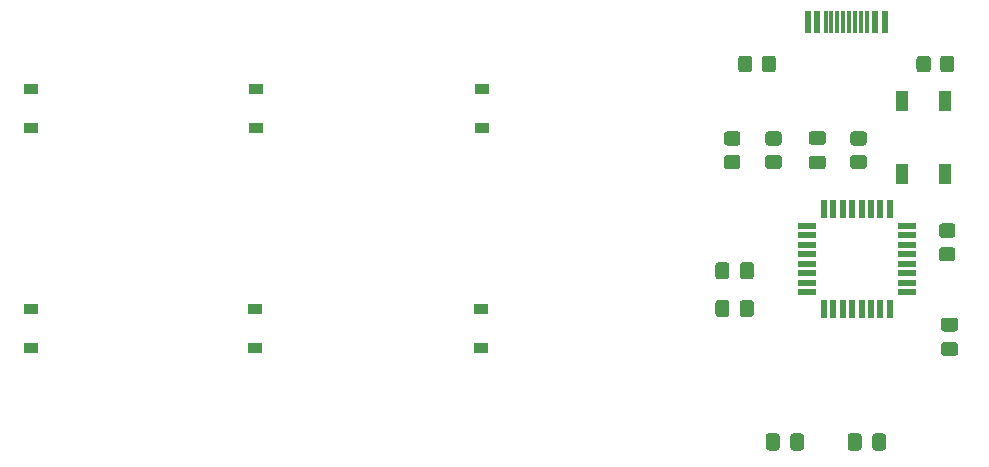
<source format=gbr>
G04 #@! TF.GenerationSoftware,KiCad,Pcbnew,(5.1.9)-1*
G04 #@! TF.CreationDate,2021-03-12T14:24:20+01:00*
G04 #@! TF.ProjectId,case_keypad,63617365-5f6b-4657-9970-61642e6b6963,rev?*
G04 #@! TF.SameCoordinates,Original*
G04 #@! TF.FileFunction,Paste,Top*
G04 #@! TF.FilePolarity,Positive*
%FSLAX46Y46*%
G04 Gerber Fmt 4.6, Leading zero omitted, Abs format (unit mm)*
G04 Created by KiCad (PCBNEW (5.1.9)-1) date 2021-03-12 14:24:20*
%MOMM*%
%LPD*%
G01*
G04 APERTURE LIST*
%ADD10R,0.600000X1.950000*%
%ADD11R,0.300000X1.950000*%
%ADD12R,1.600000X0.550000*%
%ADD13R,0.550000X1.600000*%
%ADD14R,1.100000X1.800000*%
%ADD15R,1.200000X0.900000*%
G04 APERTURE END LIST*
D10*
G04 #@! TO.C,J1*
X147000000Y-69350000D03*
X147800000Y-69350000D03*
D11*
X148500000Y-69350000D03*
X149000000Y-69350000D03*
X149500000Y-69350000D03*
X150000000Y-69350000D03*
X152000000Y-69350000D03*
X151500000Y-69350000D03*
X151000000Y-69350000D03*
X150500000Y-69350000D03*
D10*
X152700000Y-69350000D03*
X153500000Y-69350000D03*
G04 #@! TD*
D12*
G04 #@! TO.C,U1*
X146900000Y-92200000D03*
X146900000Y-91400000D03*
X146900000Y-90600000D03*
X146900000Y-89800000D03*
X146900000Y-89000000D03*
X146900000Y-88200000D03*
X146900000Y-87400000D03*
X146900000Y-86600000D03*
D13*
X148350000Y-85150000D03*
X149150000Y-85150000D03*
X149950000Y-85150000D03*
X150750000Y-85150000D03*
X151550000Y-85150000D03*
X152350000Y-85150000D03*
X153150000Y-85150000D03*
X153950000Y-85150000D03*
D12*
X155400000Y-86600000D03*
X155400000Y-87400000D03*
X155400000Y-88200000D03*
X155400000Y-89000000D03*
X155400000Y-89800000D03*
X155400000Y-90600000D03*
X155400000Y-91400000D03*
X155400000Y-92200000D03*
D13*
X153950000Y-93650000D03*
X153150000Y-93650000D03*
X152350000Y-93650000D03*
X151550000Y-93650000D03*
X150750000Y-93650000D03*
X149950000Y-93650000D03*
X149150000Y-93650000D03*
X148350000Y-93650000D03*
G04 #@! TD*
D14*
G04 #@! TO.C,RESET*
X154950000Y-82200000D03*
X154950000Y-76000000D03*
X158650000Y-82200000D03*
X158650000Y-76000000D03*
G04 #@! TD*
G04 #@! TO.C,10k*
G36*
G01*
X158349999Y-88400000D02*
X159250001Y-88400000D01*
G75*
G02*
X159500000Y-88649999I0J-249999D01*
G01*
X159500000Y-89350001D01*
G75*
G02*
X159250001Y-89600000I-249999J0D01*
G01*
X158349999Y-89600000D01*
G75*
G02*
X158100000Y-89350001I0J249999D01*
G01*
X158100000Y-88649999D01*
G75*
G02*
X158349999Y-88400000I249999J0D01*
G01*
G37*
G36*
G01*
X158349999Y-86400000D02*
X159250001Y-86400000D01*
G75*
G02*
X159500000Y-86649999I0J-249999D01*
G01*
X159500000Y-87350001D01*
G75*
G02*
X159250001Y-87600000I-249999J0D01*
G01*
X158349999Y-87600000D01*
G75*
G02*
X158100000Y-87350001I0J249999D01*
G01*
X158100000Y-86649999D01*
G75*
G02*
X158349999Y-86400000I249999J0D01*
G01*
G37*
G04 #@! TD*
G04 #@! TO.C,5.1k*
G36*
G01*
X142300000Y-72449999D02*
X142300000Y-73350001D01*
G75*
G02*
X142050001Y-73600000I-249999J0D01*
G01*
X141349999Y-73600000D01*
G75*
G02*
X141100000Y-73350001I0J249999D01*
G01*
X141100000Y-72449999D01*
G75*
G02*
X141349999Y-72200000I249999J0D01*
G01*
X142050001Y-72200000D01*
G75*
G02*
X142300000Y-72449999I0J-249999D01*
G01*
G37*
G36*
G01*
X144300000Y-72449999D02*
X144300000Y-73350001D01*
G75*
G02*
X144050001Y-73600000I-249999J0D01*
G01*
X143349999Y-73600000D01*
G75*
G02*
X143100000Y-73350001I0J249999D01*
G01*
X143100000Y-72449999D01*
G75*
G02*
X143349999Y-72200000I249999J0D01*
G01*
X144050001Y-72200000D01*
G75*
G02*
X144300000Y-72449999I0J-249999D01*
G01*
G37*
G04 #@! TD*
G04 #@! TO.C,5.1k*
G36*
G01*
X158200000Y-73350001D02*
X158200000Y-72449999D01*
G75*
G02*
X158449999Y-72200000I249999J0D01*
G01*
X159150001Y-72200000D01*
G75*
G02*
X159400000Y-72449999I0J-249999D01*
G01*
X159400000Y-73350001D01*
G75*
G02*
X159150001Y-73600000I-249999J0D01*
G01*
X158449999Y-73600000D01*
G75*
G02*
X158200000Y-73350001I0J249999D01*
G01*
G37*
G36*
G01*
X156200000Y-73350001D02*
X156200000Y-72449999D01*
G75*
G02*
X156449999Y-72200000I249999J0D01*
G01*
X157150001Y-72200000D01*
G75*
G02*
X157400000Y-72449999I0J-249999D01*
G01*
X157400000Y-73350001D01*
G75*
G02*
X157150001Y-73600000I-249999J0D01*
G01*
X156449999Y-73600000D01*
G75*
G02*
X156200000Y-73350001I0J249999D01*
G01*
G37*
G04 #@! TD*
G04 #@! TO.C,10k*
G36*
G01*
X151750001Y-79800000D02*
X150849999Y-79800000D01*
G75*
G02*
X150600000Y-79550001I0J249999D01*
G01*
X150600000Y-78849999D01*
G75*
G02*
X150849999Y-78600000I249999J0D01*
G01*
X151750001Y-78600000D01*
G75*
G02*
X152000000Y-78849999I0J-249999D01*
G01*
X152000000Y-79550001D01*
G75*
G02*
X151750001Y-79800000I-249999J0D01*
G01*
G37*
G36*
G01*
X151750001Y-81800000D02*
X150849999Y-81800000D01*
G75*
G02*
X150600000Y-81550001I0J249999D01*
G01*
X150600000Y-80849999D01*
G75*
G02*
X150849999Y-80600000I249999J0D01*
G01*
X151750001Y-80600000D01*
G75*
G02*
X152000000Y-80849999I0J-249999D01*
G01*
X152000000Y-81550001D01*
G75*
G02*
X151750001Y-81800000I-249999J0D01*
G01*
G37*
G04 #@! TD*
G04 #@! TO.C,22R*
G36*
G01*
X141050001Y-79800000D02*
X140149999Y-79800000D01*
G75*
G02*
X139900000Y-79550001I0J249999D01*
G01*
X139900000Y-78849999D01*
G75*
G02*
X140149999Y-78600000I249999J0D01*
G01*
X141050001Y-78600000D01*
G75*
G02*
X141300000Y-78849999I0J-249999D01*
G01*
X141300000Y-79550001D01*
G75*
G02*
X141050001Y-79800000I-249999J0D01*
G01*
G37*
G36*
G01*
X141050001Y-81800000D02*
X140149999Y-81800000D01*
G75*
G02*
X139900000Y-81550001I0J249999D01*
G01*
X139900000Y-80849999D01*
G75*
G02*
X140149999Y-80600000I249999J0D01*
G01*
X141050001Y-80600000D01*
G75*
G02*
X141300000Y-80849999I0J-249999D01*
G01*
X141300000Y-81550001D01*
G75*
G02*
X141050001Y-81800000I-249999J0D01*
G01*
G37*
G04 #@! TD*
G04 #@! TO.C,22R*
G36*
G01*
X144550001Y-79800000D02*
X143649999Y-79800000D01*
G75*
G02*
X143400000Y-79550001I0J249999D01*
G01*
X143400000Y-78849999D01*
G75*
G02*
X143649999Y-78600000I249999J0D01*
G01*
X144550001Y-78600000D01*
G75*
G02*
X144800000Y-78849999I0J-249999D01*
G01*
X144800000Y-79550001D01*
G75*
G02*
X144550001Y-79800000I-249999J0D01*
G01*
G37*
G36*
G01*
X144550001Y-81800000D02*
X143649999Y-81800000D01*
G75*
G02*
X143400000Y-81550001I0J249999D01*
G01*
X143400000Y-80849999D01*
G75*
G02*
X143649999Y-80600000I249999J0D01*
G01*
X144550001Y-80600000D01*
G75*
G02*
X144800000Y-80849999I0J-249999D01*
G01*
X144800000Y-81550001D01*
G75*
G02*
X144550001Y-81800000I-249999J0D01*
G01*
G37*
G04 #@! TD*
D15*
G04 #@! TO.C,D7*
X119300000Y-93650000D03*
X119300000Y-96950000D03*
G04 #@! TD*
G04 #@! TO.C,D6*
X119400000Y-75050000D03*
X119400000Y-78350000D03*
G04 #@! TD*
G04 #@! TO.C,D5*
X100200000Y-93650000D03*
X100200000Y-96950000D03*
G04 #@! TD*
G04 #@! TO.C,D4*
X100300000Y-75050000D03*
X100300000Y-78350000D03*
G04 #@! TD*
G04 #@! TO.C,D3*
X81200000Y-93650000D03*
X81200000Y-96950000D03*
G04 #@! TD*
G04 #@! TO.C,D2*
X81200000Y-75050000D03*
X81200000Y-78350000D03*
G04 #@! TD*
G04 #@! TO.C,1uf*
G36*
G01*
X148275000Y-79750000D02*
X147325000Y-79750000D01*
G75*
G02*
X147075000Y-79500000I0J250000D01*
G01*
X147075000Y-78825000D01*
G75*
G02*
X147325000Y-78575000I250000J0D01*
G01*
X148275000Y-78575000D01*
G75*
G02*
X148525000Y-78825000I0J-250000D01*
G01*
X148525000Y-79500000D01*
G75*
G02*
X148275000Y-79750000I-250000J0D01*
G01*
G37*
G36*
G01*
X148275000Y-81825000D02*
X147325000Y-81825000D01*
G75*
G02*
X147075000Y-81575000I0J250000D01*
G01*
X147075000Y-80900000D01*
G75*
G02*
X147325000Y-80650000I250000J0D01*
G01*
X148275000Y-80650000D01*
G75*
G02*
X148525000Y-80900000I0J-250000D01*
G01*
X148525000Y-81575000D01*
G75*
G02*
X148275000Y-81825000I-250000J0D01*
G01*
G37*
G04 #@! TD*
G04 #@! TO.C,22pf*
G36*
G01*
X152450000Y-105375000D02*
X152450000Y-104425000D01*
G75*
G02*
X152700000Y-104175000I250000J0D01*
G01*
X153375000Y-104175000D01*
G75*
G02*
X153625000Y-104425000I0J-250000D01*
G01*
X153625000Y-105375000D01*
G75*
G02*
X153375000Y-105625000I-250000J0D01*
G01*
X152700000Y-105625000D01*
G75*
G02*
X152450000Y-105375000I0J250000D01*
G01*
G37*
G36*
G01*
X150375000Y-105375000D02*
X150375000Y-104425000D01*
G75*
G02*
X150625000Y-104175000I250000J0D01*
G01*
X151300000Y-104175000D01*
G75*
G02*
X151550000Y-104425000I0J-250000D01*
G01*
X151550000Y-105375000D01*
G75*
G02*
X151300000Y-105625000I-250000J0D01*
G01*
X150625000Y-105625000D01*
G75*
G02*
X150375000Y-105375000I0J250000D01*
G01*
G37*
G04 #@! TD*
G04 #@! TO.C,22pf*
G36*
G01*
X144612500Y-104425000D02*
X144612500Y-105375000D01*
G75*
G02*
X144362500Y-105625000I-250000J0D01*
G01*
X143687500Y-105625000D01*
G75*
G02*
X143437500Y-105375000I0J250000D01*
G01*
X143437500Y-104425000D01*
G75*
G02*
X143687500Y-104175000I250000J0D01*
G01*
X144362500Y-104175000D01*
G75*
G02*
X144612500Y-104425000I0J-250000D01*
G01*
G37*
G36*
G01*
X146687500Y-104425000D02*
X146687500Y-105375000D01*
G75*
G02*
X146437500Y-105625000I-250000J0D01*
G01*
X145762500Y-105625000D01*
G75*
G02*
X145512500Y-105375000I0J250000D01*
G01*
X145512500Y-104425000D01*
G75*
G02*
X145762500Y-104175000I250000J0D01*
G01*
X146437500Y-104175000D01*
G75*
G02*
X146687500Y-104425000I0J-250000D01*
G01*
G37*
G04 #@! TD*
G04 #@! TO.C,10uf*
G36*
G01*
X140350000Y-89925000D02*
X140350000Y-90875000D01*
G75*
G02*
X140100000Y-91125000I-250000J0D01*
G01*
X139425000Y-91125000D01*
G75*
G02*
X139175000Y-90875000I0J250000D01*
G01*
X139175000Y-89925000D01*
G75*
G02*
X139425000Y-89675000I250000J0D01*
G01*
X140100000Y-89675000D01*
G75*
G02*
X140350000Y-89925000I0J-250000D01*
G01*
G37*
G36*
G01*
X142425000Y-89925000D02*
X142425000Y-90875000D01*
G75*
G02*
X142175000Y-91125000I-250000J0D01*
G01*
X141500000Y-91125000D01*
G75*
G02*
X141250000Y-90875000I0J250000D01*
G01*
X141250000Y-89925000D01*
G75*
G02*
X141500000Y-89675000I250000J0D01*
G01*
X142175000Y-89675000D01*
G75*
G02*
X142425000Y-89925000I0J-250000D01*
G01*
G37*
G04 #@! TD*
G04 #@! TO.C,0.1uf*
G36*
G01*
X158525000Y-96450000D02*
X159475000Y-96450000D01*
G75*
G02*
X159725000Y-96700000I0J-250000D01*
G01*
X159725000Y-97375000D01*
G75*
G02*
X159475000Y-97625000I-250000J0D01*
G01*
X158525000Y-97625000D01*
G75*
G02*
X158275000Y-97375000I0J250000D01*
G01*
X158275000Y-96700000D01*
G75*
G02*
X158525000Y-96450000I250000J0D01*
G01*
G37*
G36*
G01*
X158525000Y-94375000D02*
X159475000Y-94375000D01*
G75*
G02*
X159725000Y-94625000I0J-250000D01*
G01*
X159725000Y-95300000D01*
G75*
G02*
X159475000Y-95550000I-250000J0D01*
G01*
X158525000Y-95550000D01*
G75*
G02*
X158275000Y-95300000I0J250000D01*
G01*
X158275000Y-94625000D01*
G75*
G02*
X158525000Y-94375000I250000J0D01*
G01*
G37*
G04 #@! TD*
G04 #@! TO.C,0.1uf*
G36*
G01*
X140350000Y-93125000D02*
X140350000Y-94075000D01*
G75*
G02*
X140100000Y-94325000I-250000J0D01*
G01*
X139425000Y-94325000D01*
G75*
G02*
X139175000Y-94075000I0J250000D01*
G01*
X139175000Y-93125000D01*
G75*
G02*
X139425000Y-92875000I250000J0D01*
G01*
X140100000Y-92875000D01*
G75*
G02*
X140350000Y-93125000I0J-250000D01*
G01*
G37*
G36*
G01*
X142425000Y-93125000D02*
X142425000Y-94075000D01*
G75*
G02*
X142175000Y-94325000I-250000J0D01*
G01*
X141500000Y-94325000D01*
G75*
G02*
X141250000Y-94075000I0J250000D01*
G01*
X141250000Y-93125000D01*
G75*
G02*
X141500000Y-92875000I250000J0D01*
G01*
X142175000Y-92875000D01*
G75*
G02*
X142425000Y-93125000I0J-250000D01*
G01*
G37*
G04 #@! TD*
M02*

</source>
